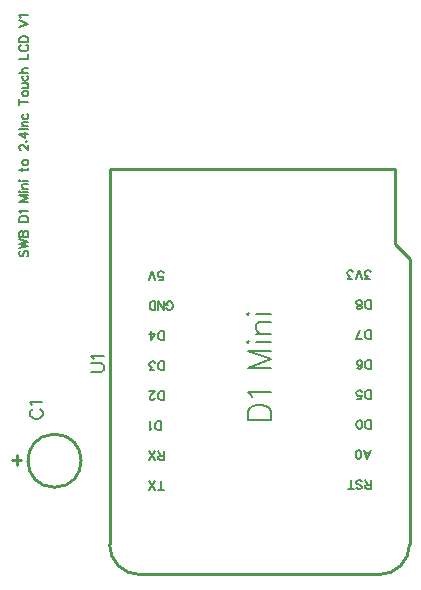
<source format=gto>
G04 Layer: TopSilkscreenLayer*
G04 EasyEDA v6.5.22, 2023-04-27 12:34:47*
G04 779951e368854bcf816121ffef92272d,e59a714fa63a4c4d88f0ac6658be742b,10*
G04 Gerber Generator version 0.2*
G04 Scale: 100 percent, Rotated: No, Reflected: No *
G04 Dimensions in millimeters *
G04 leading zeros omitted , absolute positions ,4 integer and 5 decimal *
%FSLAX45Y45*%
%MOMM*%

%ADD10C,0.2032*%
%ADD11C,0.1524*%
%ADD12C,0.2540*%

%LPD*%
D10*
X147828Y-4103370D02*
G01*
X140715Y-4110228D01*
X137160Y-4120895D01*
X137160Y-4135120D01*
X140715Y-4145787D01*
X147828Y-4152900D01*
X154939Y-4152900D01*
X162052Y-4149344D01*
X165607Y-4145787D01*
X169163Y-4138676D01*
X176276Y-4117339D01*
X179831Y-4110228D01*
X183387Y-4106926D01*
X190245Y-4103370D01*
X200913Y-4103370D01*
X208026Y-4110228D01*
X211581Y-4120895D01*
X211581Y-4135120D01*
X208026Y-4145787D01*
X200913Y-4152900D01*
X137160Y-4079747D02*
G01*
X211581Y-4062221D01*
X137160Y-4044442D02*
G01*
X211581Y-4062221D01*
X137160Y-4044442D02*
G01*
X211581Y-4026662D01*
X137160Y-4008881D02*
G01*
X211581Y-4026662D01*
X137160Y-3985513D02*
G01*
X211581Y-3985513D01*
X137160Y-3985513D02*
G01*
X137160Y-3953763D01*
X140715Y-3943095D01*
X144271Y-3939539D01*
X151384Y-3935984D01*
X158495Y-3935984D01*
X165607Y-3939539D01*
X169163Y-3943095D01*
X172720Y-3953763D01*
X172720Y-3985513D02*
G01*
X172720Y-3953763D01*
X176276Y-3943095D01*
X179831Y-3939539D01*
X186944Y-3935984D01*
X197357Y-3935984D01*
X204470Y-3939539D01*
X208026Y-3943095D01*
X211581Y-3953763D01*
X211581Y-3985513D01*
X137160Y-3858005D02*
G01*
X211581Y-3858005D01*
X137160Y-3858005D02*
G01*
X137160Y-3833113D01*
X140715Y-3822445D01*
X147828Y-3815334D01*
X154939Y-3811778D01*
X165607Y-3808221D01*
X183387Y-3808221D01*
X193802Y-3811778D01*
X200913Y-3815334D01*
X208026Y-3822445D01*
X211581Y-3833113D01*
X211581Y-3858005D01*
X151384Y-3784854D02*
G01*
X147828Y-3777742D01*
X137160Y-3767073D01*
X211581Y-3767073D01*
X137160Y-3689095D02*
G01*
X211581Y-3689095D01*
X137160Y-3689095D02*
G01*
X211581Y-3660902D01*
X137160Y-3632454D02*
G01*
X211581Y-3660902D01*
X137160Y-3632454D02*
G01*
X211581Y-3632454D01*
X137160Y-3609086D02*
G01*
X140715Y-3605529D01*
X137160Y-3601973D01*
X133604Y-3605529D01*
X137160Y-3609086D01*
X162052Y-3605529D02*
G01*
X211581Y-3605529D01*
X162052Y-3578605D02*
G01*
X211581Y-3578605D01*
X176276Y-3578605D02*
G01*
X165607Y-3567937D01*
X162052Y-3560826D01*
X162052Y-3550157D01*
X165607Y-3543045D01*
X176276Y-3539489D01*
X211581Y-3539489D01*
X137160Y-3516121D02*
G01*
X140715Y-3512565D01*
X137160Y-3509010D01*
X133604Y-3512565D01*
X137160Y-3516121D01*
X162052Y-3512565D02*
G01*
X211581Y-3512565D01*
X137160Y-3420363D02*
G01*
X197357Y-3420363D01*
X208026Y-3416807D01*
X211581Y-3409695D01*
X211581Y-3402584D01*
X162052Y-3431031D02*
G01*
X162052Y-3406139D01*
X162052Y-3361436D02*
G01*
X165607Y-3368547D01*
X172720Y-3375660D01*
X183387Y-3379215D01*
X190245Y-3379215D01*
X200913Y-3375660D01*
X208026Y-3368547D01*
X211581Y-3361436D01*
X211581Y-3351021D01*
X208026Y-3343910D01*
X200913Y-3336797D01*
X190245Y-3333242D01*
X183387Y-3333242D01*
X172720Y-3336797D01*
X165607Y-3343910D01*
X162052Y-3351021D01*
X162052Y-3361436D01*
X154939Y-3251707D02*
G01*
X151384Y-3251707D01*
X144271Y-3248152D01*
X140715Y-3244595D01*
X137160Y-3237484D01*
X137160Y-3223260D01*
X140715Y-3216147D01*
X144271Y-3212592D01*
X151384Y-3209036D01*
X158495Y-3209036D01*
X165607Y-3212592D01*
X176276Y-3219704D01*
X211581Y-3255263D01*
X211581Y-3205479D01*
X193802Y-3178555D02*
G01*
X197357Y-3182112D01*
X200913Y-3178555D01*
X197357Y-3175000D01*
X193802Y-3178555D01*
X137160Y-3116326D02*
G01*
X186944Y-3151631D01*
X186944Y-3098545D01*
X137160Y-3116326D02*
G01*
X211581Y-3116326D01*
X137160Y-3075178D02*
G01*
X211581Y-3075178D01*
X162052Y-3051555D02*
G01*
X211581Y-3051555D01*
X176276Y-3051555D02*
G01*
X165607Y-3041142D01*
X162052Y-3034029D01*
X162052Y-3023362D01*
X165607Y-3016250D01*
X176276Y-3012694D01*
X211581Y-3012694D01*
X172720Y-2946654D02*
G01*
X165607Y-2953765D01*
X162052Y-2960878D01*
X162052Y-2971545D01*
X165607Y-2978657D01*
X172720Y-2985770D01*
X183387Y-2989326D01*
X190245Y-2989326D01*
X200913Y-2985770D01*
X208026Y-2978657D01*
X211581Y-2971545D01*
X211581Y-2960878D01*
X208026Y-2953765D01*
X200913Y-2946654D01*
X137160Y-2844037D02*
G01*
X211581Y-2844037D01*
X137160Y-2868676D02*
G01*
X137160Y-2819145D01*
X162052Y-2777997D02*
G01*
X165607Y-2785110D01*
X172720Y-2792221D01*
X183387Y-2795778D01*
X190245Y-2795778D01*
X200913Y-2792221D01*
X208026Y-2785110D01*
X211581Y-2777997D01*
X211581Y-2767329D01*
X208026Y-2760218D01*
X200913Y-2753105D01*
X190245Y-2749550D01*
X183387Y-2749550D01*
X172720Y-2753105D01*
X165607Y-2760218D01*
X162052Y-2767329D01*
X162052Y-2777997D01*
X162052Y-2726181D02*
G01*
X197357Y-2726181D01*
X208026Y-2722626D01*
X211581Y-2715513D01*
X211581Y-2704845D01*
X208026Y-2697734D01*
X197357Y-2687320D01*
X162052Y-2687320D02*
G01*
X211581Y-2687320D01*
X172720Y-2621279D02*
G01*
X165607Y-2628392D01*
X162052Y-2635504D01*
X162052Y-2646171D01*
X165607Y-2653284D01*
X172720Y-2660142D01*
X183387Y-2663697D01*
X190245Y-2663697D01*
X200913Y-2660142D01*
X208026Y-2653284D01*
X211581Y-2646171D01*
X211581Y-2635504D01*
X208026Y-2628392D01*
X200913Y-2621279D01*
X137160Y-2597912D02*
G01*
X211581Y-2597912D01*
X176276Y-2597912D02*
G01*
X165607Y-2587244D01*
X162052Y-2580131D01*
X162052Y-2569463D01*
X165607Y-2562352D01*
X176276Y-2558795D01*
X211581Y-2558795D01*
X137160Y-2480818D02*
G01*
X211581Y-2480818D01*
X211581Y-2480818D02*
G01*
X211581Y-2438400D01*
X154939Y-2361692D02*
G01*
X147828Y-2365247D01*
X140715Y-2372360D01*
X137160Y-2379471D01*
X137160Y-2393695D01*
X140715Y-2400807D01*
X147828Y-2407920D01*
X154939Y-2411476D01*
X165607Y-2415031D01*
X183387Y-2415031D01*
X193802Y-2411476D01*
X200913Y-2407920D01*
X208026Y-2400807D01*
X211581Y-2393695D01*
X211581Y-2379471D01*
X208026Y-2372360D01*
X200913Y-2365247D01*
X193802Y-2361692D01*
X137160Y-2338323D02*
G01*
X211581Y-2338323D01*
X137160Y-2338323D02*
G01*
X137160Y-2313431D01*
X140715Y-2302763D01*
X147828Y-2295905D01*
X154939Y-2292350D01*
X165607Y-2288794D01*
X183387Y-2288794D01*
X193802Y-2292350D01*
X200913Y-2295905D01*
X208026Y-2302763D01*
X211581Y-2313431D01*
X211581Y-2338323D01*
X137160Y-2210815D02*
G01*
X211581Y-2182368D01*
X137160Y-2153920D02*
G01*
X211581Y-2182368D01*
X151384Y-2130552D02*
G01*
X147828Y-2123439D01*
X137160Y-2112771D01*
X211581Y-2112771D01*
D11*
X748284Y-5130800D02*
G01*
X826262Y-5130800D01*
X841755Y-5125720D01*
X852170Y-5115305D01*
X857250Y-5099557D01*
X857250Y-5089144D01*
X852170Y-5073650D01*
X841755Y-5063236D01*
X826262Y-5058155D01*
X748284Y-5058155D01*
X769112Y-5023865D02*
G01*
X763778Y-5013452D01*
X748284Y-4997704D01*
X857250Y-4997704D01*
X3111500Y-6120384D02*
G01*
X3111500Y-6047486D01*
X3111500Y-6120384D02*
G01*
X3080258Y-6120384D01*
X3069843Y-6116828D01*
X3066541Y-6113271D01*
X3062986Y-6106413D01*
X3062986Y-6099555D01*
X3066541Y-6092697D01*
X3069843Y-6089142D01*
X3080258Y-6085586D01*
X3111500Y-6085586D01*
X3087370Y-6085586D02*
G01*
X3062986Y-6047486D01*
X2991611Y-6109970D02*
G01*
X2998470Y-6116828D01*
X3008884Y-6120384D01*
X3022854Y-6120384D01*
X3033268Y-6116828D01*
X3040125Y-6109970D01*
X3040125Y-6102857D01*
X3036570Y-6096000D01*
X3033268Y-6092697D01*
X3026409Y-6089142D01*
X3005581Y-6082284D01*
X2998470Y-6078728D01*
X2995168Y-6075171D01*
X2991611Y-6068313D01*
X2991611Y-6057900D01*
X2998470Y-6051042D01*
X3008884Y-6047486D01*
X3022854Y-6047486D01*
X3033268Y-6051042D01*
X3040125Y-6057900D01*
X2944622Y-6120384D02*
G01*
X2944622Y-6047486D01*
X2968752Y-6120384D02*
G01*
X2920238Y-6120384D01*
X3083813Y-5866384D02*
G01*
X3111500Y-5793486D01*
X3083813Y-5866384D02*
G01*
X3056127Y-5793486D01*
X3101086Y-5817870D02*
G01*
X3066541Y-5817870D01*
X3012440Y-5866384D02*
G01*
X3022854Y-5862828D01*
X3029711Y-5852413D01*
X3033268Y-5835142D01*
X3033268Y-5824728D01*
X3029711Y-5807455D01*
X3022854Y-5797042D01*
X3012440Y-5793486D01*
X3005581Y-5793486D01*
X2995168Y-5797042D01*
X2988309Y-5807455D01*
X2984754Y-5824728D01*
X2984754Y-5835142D01*
X2988309Y-5852413D01*
X2995168Y-5862828D01*
X3005581Y-5866384D01*
X3012440Y-5866384D01*
X3111500Y-5612384D02*
G01*
X3111500Y-5539486D01*
X3111500Y-5612384D02*
G01*
X3087370Y-5612384D01*
X3076956Y-5608828D01*
X3069843Y-5601970D01*
X3066541Y-5594857D01*
X3062986Y-5584697D01*
X3062986Y-5567171D01*
X3066541Y-5556757D01*
X3069843Y-5549900D01*
X3076956Y-5543042D01*
X3087370Y-5539486D01*
X3111500Y-5539486D01*
X3019297Y-5612384D02*
G01*
X3029711Y-5608828D01*
X3036570Y-5598413D01*
X3040125Y-5581142D01*
X3040125Y-5570728D01*
X3036570Y-5553455D01*
X3029711Y-5543042D01*
X3019297Y-5539486D01*
X3012440Y-5539486D01*
X3002025Y-5543042D01*
X2995168Y-5553455D01*
X2991611Y-5570728D01*
X2991611Y-5581142D01*
X2995168Y-5598413D01*
X3002025Y-5608828D01*
X3012440Y-5612384D01*
X3019297Y-5612384D01*
X3111500Y-5358384D02*
G01*
X3111500Y-5285486D01*
X3111500Y-5358384D02*
G01*
X3087370Y-5358384D01*
X3076956Y-5354828D01*
X3069843Y-5347970D01*
X3066541Y-5340857D01*
X3062986Y-5330697D01*
X3062986Y-5313171D01*
X3066541Y-5302757D01*
X3069843Y-5295900D01*
X3076956Y-5289042D01*
X3087370Y-5285486D01*
X3111500Y-5285486D01*
X2998470Y-5358384D02*
G01*
X3033268Y-5358384D01*
X3036570Y-5327142D01*
X3033268Y-5330697D01*
X3022854Y-5334000D01*
X3012440Y-5334000D01*
X3002025Y-5330697D01*
X2995168Y-5323586D01*
X2991611Y-5313171D01*
X2991611Y-5306313D01*
X2995168Y-5295900D01*
X3002025Y-5289042D01*
X3012440Y-5285486D01*
X3022854Y-5285486D01*
X3033268Y-5289042D01*
X3036570Y-5292597D01*
X3040125Y-5299455D01*
X3111500Y-5104384D02*
G01*
X3111500Y-5031486D01*
X3111500Y-5104384D02*
G01*
X3087370Y-5104384D01*
X3076956Y-5100828D01*
X3069843Y-5093970D01*
X3066541Y-5086857D01*
X3062986Y-5076697D01*
X3062986Y-5059171D01*
X3066541Y-5048757D01*
X3069843Y-5041900D01*
X3076956Y-5035042D01*
X3087370Y-5031486D01*
X3111500Y-5031486D01*
X2998470Y-5093970D02*
G01*
X3002025Y-5100828D01*
X3012440Y-5104384D01*
X3019297Y-5104384D01*
X3029711Y-5100828D01*
X3036570Y-5090413D01*
X3040125Y-5073142D01*
X3040125Y-5055870D01*
X3036570Y-5041900D01*
X3029711Y-5035042D01*
X3019297Y-5031486D01*
X3015995Y-5031486D01*
X3005581Y-5035042D01*
X2998470Y-5041900D01*
X2995168Y-5052313D01*
X2995168Y-5055870D01*
X2998470Y-5066284D01*
X3005581Y-5073142D01*
X3015995Y-5076697D01*
X3019297Y-5076697D01*
X3029711Y-5073142D01*
X3036570Y-5066284D01*
X3040125Y-5055870D01*
X3111500Y-4850384D02*
G01*
X3111500Y-4777486D01*
X3111500Y-4850384D02*
G01*
X3087370Y-4850384D01*
X3076956Y-4846828D01*
X3069843Y-4839970D01*
X3066541Y-4832857D01*
X3062986Y-4822697D01*
X3062986Y-4805171D01*
X3066541Y-4794757D01*
X3069843Y-4787900D01*
X3076956Y-4781042D01*
X3087370Y-4777486D01*
X3111500Y-4777486D01*
X2991611Y-4850384D02*
G01*
X3026409Y-4777486D01*
X3040125Y-4850384D02*
G01*
X2991611Y-4850384D01*
X3111500Y-4596384D02*
G01*
X3111500Y-4523486D01*
X3111500Y-4596384D02*
G01*
X3087370Y-4596384D01*
X3076956Y-4592828D01*
X3069843Y-4585970D01*
X3066541Y-4578857D01*
X3062986Y-4568697D01*
X3062986Y-4551171D01*
X3066541Y-4540757D01*
X3069843Y-4533900D01*
X3076956Y-4527042D01*
X3087370Y-4523486D01*
X3111500Y-4523486D01*
X3022854Y-4596384D02*
G01*
X3033268Y-4592828D01*
X3036570Y-4585970D01*
X3036570Y-4578857D01*
X3033268Y-4572000D01*
X3026409Y-4568697D01*
X3012440Y-4565142D01*
X3002025Y-4561586D01*
X2995168Y-4554728D01*
X2991611Y-4547870D01*
X2991611Y-4537455D01*
X2995168Y-4530597D01*
X2998470Y-4527042D01*
X3008884Y-4523486D01*
X3022854Y-4523486D01*
X3033268Y-4527042D01*
X3036570Y-4530597D01*
X3040125Y-4537455D01*
X3040125Y-4547870D01*
X3036570Y-4554728D01*
X3029711Y-4561586D01*
X3019297Y-4565142D01*
X3005581Y-4568697D01*
X2998470Y-4572000D01*
X2995168Y-4578857D01*
X2995168Y-4585970D01*
X2998470Y-4592828D01*
X3008884Y-4596384D01*
X3022854Y-4596384D01*
X3104641Y-4342384D02*
G01*
X3066541Y-4342384D01*
X3087370Y-4314697D01*
X3076956Y-4314697D01*
X3069843Y-4311142D01*
X3066541Y-4307586D01*
X3062986Y-4297171D01*
X3062986Y-4290313D01*
X3066541Y-4279900D01*
X3073400Y-4273042D01*
X3083813Y-4269486D01*
X3094227Y-4269486D01*
X3104641Y-4273042D01*
X3107943Y-4276597D01*
X3111500Y-4283455D01*
X3040125Y-4342384D02*
G01*
X3012440Y-4269486D01*
X2984754Y-4342384D02*
G01*
X3012440Y-4269486D01*
X2955036Y-4342384D02*
G01*
X2916936Y-4342384D01*
X2937509Y-4314697D01*
X2927350Y-4314697D01*
X2920238Y-4311142D01*
X2916936Y-4307586D01*
X2913379Y-4297171D01*
X2913379Y-4290313D01*
X2916936Y-4279900D01*
X2923793Y-4273042D01*
X2934208Y-4269486D01*
X2944622Y-4269486D01*
X2955036Y-4273042D01*
X2958338Y-4276597D01*
X2961893Y-4283455D01*
X1317244Y-4351528D02*
G01*
X1352042Y-4351528D01*
X1355344Y-4320286D01*
X1352042Y-4323842D01*
X1341628Y-4327144D01*
X1331213Y-4327144D01*
X1320800Y-4323842D01*
X1313942Y-4316729D01*
X1310386Y-4306315D01*
X1310386Y-4299457D01*
X1313942Y-4289044D01*
X1320800Y-4282186D01*
X1331213Y-4278629D01*
X1341628Y-4278629D01*
X1352042Y-4282186D01*
X1355344Y-4285742D01*
X1358900Y-4292600D01*
X1287526Y-4351528D02*
G01*
X1259839Y-4278629D01*
X1232154Y-4351528D02*
G01*
X1259839Y-4278629D01*
X1383029Y-4588002D02*
G01*
X1386586Y-4595113D01*
X1393444Y-4601971D01*
X1400555Y-4605528D01*
X1414271Y-4605528D01*
X1421129Y-4601971D01*
X1428242Y-4595113D01*
X1431544Y-4588002D01*
X1435100Y-4577842D01*
X1435100Y-4560315D01*
X1431544Y-4549902D01*
X1428242Y-4543044D01*
X1421129Y-4536186D01*
X1414271Y-4532629D01*
X1400555Y-4532629D01*
X1393444Y-4536186D01*
X1386586Y-4543044D01*
X1383029Y-4549902D01*
X1383029Y-4560315D01*
X1400555Y-4560315D02*
G01*
X1383029Y-4560315D01*
X1360170Y-4605528D02*
G01*
X1360170Y-4532629D01*
X1360170Y-4605528D02*
G01*
X1311910Y-4532629D01*
X1311910Y-4605528D02*
G01*
X1311910Y-4532629D01*
X1289050Y-4605528D02*
G01*
X1289050Y-4532629D01*
X1289050Y-4605528D02*
G01*
X1264665Y-4605528D01*
X1254252Y-4601971D01*
X1247394Y-4595113D01*
X1243837Y-4588002D01*
X1240536Y-4577842D01*
X1240536Y-4560315D01*
X1243837Y-4549902D01*
X1247394Y-4543044D01*
X1254252Y-4536186D01*
X1264665Y-4532629D01*
X1289050Y-4532629D01*
X1358900Y-4859528D02*
G01*
X1358900Y-4786629D01*
X1358900Y-4859528D02*
G01*
X1334770Y-4859528D01*
X1324355Y-4855971D01*
X1317244Y-4849113D01*
X1313942Y-4842002D01*
X1310386Y-4831842D01*
X1310386Y-4814315D01*
X1313942Y-4803902D01*
X1317244Y-4797044D01*
X1324355Y-4790186D01*
X1334770Y-4786629D01*
X1358900Y-4786629D01*
X1252981Y-4859528D02*
G01*
X1287526Y-4811013D01*
X1235710Y-4811013D01*
X1252981Y-4859528D02*
G01*
X1252981Y-4786629D01*
X1358900Y-5113528D02*
G01*
X1358900Y-5040629D01*
X1358900Y-5113528D02*
G01*
X1334770Y-5113528D01*
X1324355Y-5109971D01*
X1317244Y-5103113D01*
X1313942Y-5096002D01*
X1310386Y-5085842D01*
X1310386Y-5068315D01*
X1313942Y-5057902D01*
X1317244Y-5051044D01*
X1324355Y-5044186D01*
X1334770Y-5040629D01*
X1358900Y-5040629D01*
X1280668Y-5113528D02*
G01*
X1242568Y-5113528D01*
X1263395Y-5085842D01*
X1252981Y-5085842D01*
X1245870Y-5082286D01*
X1242568Y-5078729D01*
X1239012Y-5068315D01*
X1239012Y-5061457D01*
X1242568Y-5051044D01*
X1249426Y-5044186D01*
X1259839Y-5040629D01*
X1270254Y-5040629D01*
X1280668Y-5044186D01*
X1283970Y-5047742D01*
X1287526Y-5054600D01*
X1358900Y-5367528D02*
G01*
X1358900Y-5294629D01*
X1358900Y-5367528D02*
G01*
X1334770Y-5367528D01*
X1324355Y-5363971D01*
X1317244Y-5357113D01*
X1313942Y-5350002D01*
X1310386Y-5339842D01*
X1310386Y-5322315D01*
X1313942Y-5311902D01*
X1317244Y-5305044D01*
X1324355Y-5298186D01*
X1334770Y-5294629D01*
X1358900Y-5294629D01*
X1283970Y-5350002D02*
G01*
X1283970Y-5353557D01*
X1280668Y-5360415D01*
X1277112Y-5363971D01*
X1270254Y-5367528D01*
X1256284Y-5367528D01*
X1249426Y-5363971D01*
X1245870Y-5360415D01*
X1242568Y-5353557D01*
X1242568Y-5346700D01*
X1245870Y-5339842D01*
X1252981Y-5329428D01*
X1287526Y-5294629D01*
X1239012Y-5294629D01*
X1333500Y-5621528D02*
G01*
X1333500Y-5548629D01*
X1333500Y-5621528D02*
G01*
X1309370Y-5621528D01*
X1298955Y-5617971D01*
X1291844Y-5611113D01*
X1288542Y-5604002D01*
X1284986Y-5593842D01*
X1284986Y-5576315D01*
X1288542Y-5565902D01*
X1291844Y-5559044D01*
X1298955Y-5552186D01*
X1309370Y-5548629D01*
X1333500Y-5548629D01*
X1262126Y-5607557D02*
G01*
X1255268Y-5611113D01*
X1244854Y-5621528D01*
X1244854Y-5548629D01*
X1358900Y-5875528D02*
G01*
X1358900Y-5802629D01*
X1358900Y-5875528D02*
G01*
X1327657Y-5875528D01*
X1317244Y-5871971D01*
X1313942Y-5868415D01*
X1310386Y-5861557D01*
X1310386Y-5854700D01*
X1313942Y-5847842D01*
X1317244Y-5844286D01*
X1327657Y-5840729D01*
X1358900Y-5840729D01*
X1334770Y-5840729D02*
G01*
X1310386Y-5802629D01*
X1287526Y-5875528D02*
G01*
X1239012Y-5802629D01*
X1239012Y-5875528D02*
G01*
X1287526Y-5802629D01*
X1334770Y-6129528D02*
G01*
X1334770Y-6056629D01*
X1358900Y-6129528D02*
G01*
X1310386Y-6129528D01*
X1287526Y-6129528D02*
G01*
X1239012Y-6056629D01*
X1239012Y-6129528D02*
G01*
X1287526Y-6056629D01*
D10*
X2073656Y-5537200D02*
G01*
X2267458Y-5537200D01*
X2073656Y-5537200D02*
G01*
X2073656Y-5472429D01*
X2082800Y-5444744D01*
X2101341Y-5426455D01*
X2119629Y-5417057D01*
X2147570Y-5407913D01*
X2193543Y-5407913D01*
X2221229Y-5417057D01*
X2239772Y-5426455D01*
X2258313Y-5444744D01*
X2267458Y-5472429D01*
X2267458Y-5537200D01*
X2110486Y-5346954D02*
G01*
X2101341Y-5328412D01*
X2073656Y-5300726D01*
X2267458Y-5300726D01*
X2073656Y-5097526D02*
G01*
X2267458Y-5097526D01*
X2073656Y-5097526D02*
G01*
X2267458Y-5023612D01*
X2073656Y-4949697D02*
G01*
X2267458Y-5023612D01*
X2073656Y-4949697D02*
G01*
X2267458Y-4949697D01*
X2073656Y-4888737D02*
G01*
X2082800Y-4879594D01*
X2073656Y-4870450D01*
X2064258Y-4879594D01*
X2073656Y-4888737D01*
X2138172Y-4879594D02*
G01*
X2267458Y-4879594D01*
X2138172Y-4809489D02*
G01*
X2267458Y-4809489D01*
X2175256Y-4809489D02*
G01*
X2147570Y-4781550D01*
X2138172Y-4763262D01*
X2138172Y-4735576D01*
X2147570Y-4717034D01*
X2175256Y-4707889D01*
X2267458Y-4707889D01*
X2073656Y-4646929D02*
G01*
X2082800Y-4637531D01*
X2073656Y-4628387D01*
X2064258Y-4637531D01*
X2073656Y-4646929D01*
X2138172Y-4637531D02*
G01*
X2267458Y-4637531D01*
D11*
X252145Y-5448094D02*
G01*
X241825Y-5453608D01*
X231594Y-5464202D01*
X226692Y-5474449D01*
X227055Y-5495274D01*
X232318Y-5505599D01*
X242910Y-5515830D01*
X253415Y-5520982D01*
X269250Y-5525785D01*
X295155Y-5525333D01*
X310558Y-5519983D01*
X320878Y-5514469D01*
X331109Y-5503875D01*
X336006Y-5493374D01*
X335643Y-5472549D01*
X330385Y-5462478D01*
X319791Y-5452247D01*
X309285Y-5447096D01*
X246466Y-5413898D02*
G01*
X240952Y-5403578D01*
X225191Y-5388358D01*
X334139Y-5386456D01*
D12*
X3187700Y-6845300D02*
G01*
X1155700Y-6845300D01*
X3441700Y-4173728D02*
G01*
X3314700Y-4046728D01*
X3314700Y-3411728D01*
X901700Y-6586728D02*
G01*
X901700Y-3411728D01*
X3314700Y-3411728D01*
X3441700Y-6586728D02*
G01*
X3441700Y-4173728D01*
X116042Y-5916099D02*
G01*
X114668Y-5837369D01*
X156009Y-5877295D02*
G01*
X72202Y-5878756D01*
G75*
G01*
X3441697Y-6591297D02*
G02*
X3187697Y-6845297I-253999J-1D01*
G75*
G01*
X1155703Y-6845297D02*
G02*
X901703Y-6591297I-1J253999D01*
G75*
G01*
X430423Y-5657588D02*
G03*
X434487Y-5657517I5969J-224922D01*
M02*

</source>
